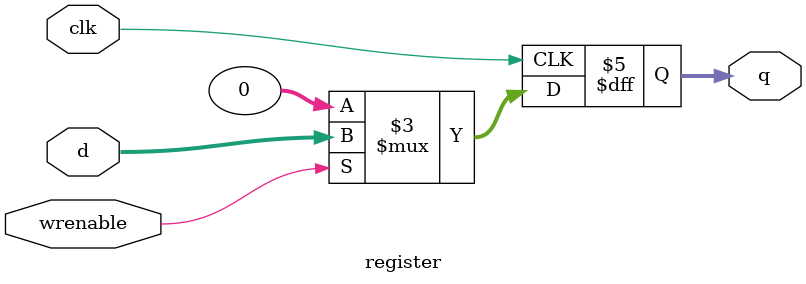
<source format=v>

module register
(
output reg	[31:0]q,
input		[31:0]d,
input		wrenable,
input		clk
);

    always @(posedge clk) begin
        if(wrenable) begin
            q[31:0] = d[31:0];
        end
        else
        	q[31:0]= 32'b00000000000000000000000000000000;
    end
endmodule
</source>
